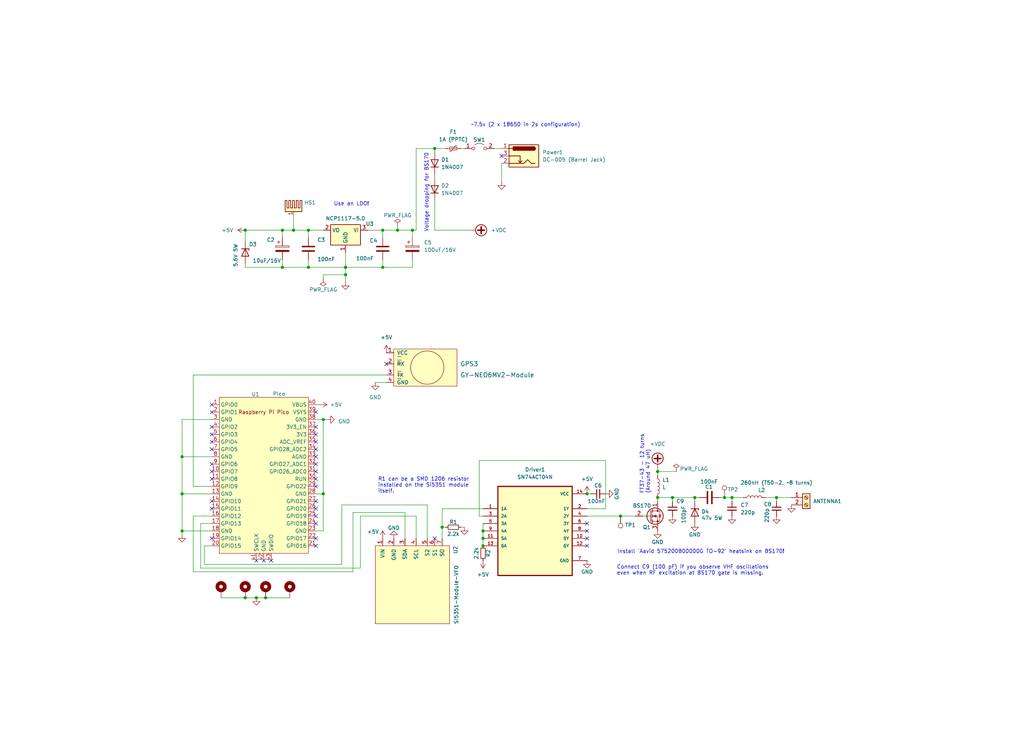
<source format=kicad_sch>
(kicad_sch (version 20221206) (generator eeschema)
  (paper "User" 350.012 250.012)
  (title_block (title "Minimal, cheap WSPR + FT8 beacon - \"Rogue Radio\"") (date "2022-11-20") (rev "V0.02") (company "Dhiru Kholia (VU3CER)"))
  (lib_symbols
    (symbol "Connector:Barrel_Jack_Switch" (pin_names hide)
      (property "Reference" "J" (at 0 5.334 0))
      (property "Value" "Barrel_Jack_Switch" (at 0 -5.08 0))
      (symbol "Barrel_Jack_Switch_0_1"
        (rectangle (start -5.08 3.81) (end 5.08 -3.81) (stroke (width 0.254)) (fill (type background)))
        (arc (start -3.302 3.175) (mid -3.9343 2.54) (end -3.302 1.905) (stroke (width 0.254)))
        (arc (start -3.302 3.175) (mid -3.9343 2.54) (end -3.302 1.905) (stroke (width 0.254)) (fill (type outline)))
        (polyline (pts (xy 1.27 -2.286) (xy 1.905 -1.651)) (stroke (width 0.254)))
        (polyline (pts (xy 5.08 2.54) (xy 3.81 2.54)) (stroke (width 0.254)))
        (polyline (pts (xy 5.08 0) (xy 1.27 0) (xy 1.27 -2.286) (xy 0.635 -1.651)) (stroke (width 0.254)))
        (polyline (pts (xy -3.81 -2.54) (xy -2.54 -2.54) (xy -1.27 -1.27) (xy 0 -2.54) (xy 2.54 -2.54) (xy 5.08 -2.54)) (stroke (width 0.254)))
        (rectangle (start 3.683 3.175) (end -3.302 1.905) (stroke (width 0.254)) (fill (type outline)))
      )
      (symbol "Barrel_Jack_Switch_1_1"
        (pin passive line (at 7.62 2.54 180) (length 2.54) (name "~") (number "1"))
        (pin passive line (at 7.62 -2.54 180) (length 2.54) (name "~") (number "2"))
        (pin passive line (at 7.62 0 180) (length 2.54) (name "~") (number "3"))
      )
    )
    (symbol "Connector:Screw_Terminal_01x02" (pin_names (offset 1.016) hide)
      (property "Reference" "J" (at 0 2.54 0))
      (property "Value" "Screw_Terminal_01x02" (at 0 -5.08 0))
      (symbol "Screw_Terminal_01x02_1_1"
        (rectangle (start -1.27 1.27) (end 1.27 -3.81) (stroke (width 0.254)) (fill (type background)))
        (circle (center 0 -2.54) (radius 0.635) (stroke (width 0.1524)))
        (polyline (pts (xy -0.5334 -2.2098) (xy 0.3302 -3.048)) (stroke (width 0.1524)))
        (polyline (pts (xy -0.5334 0.3302) (xy 0.3302 -0.508)) (stroke (width 0.1524)))
        (polyline (pts (xy -0.3556 -2.032) (xy 0.508 -2.8702)) (stroke (width 0.1524)))
        (polyline (pts (xy -0.3556 0.508) (xy 0.508 -0.3302)) (stroke (width 0.1524)))
        (circle (center 0 0) (radius 0.635) (stroke (width 0.1524)))
        (pin passive line (at -5.08 0 0) (length 3.81) (name "Pin_1") (number "1"))
        (pin passive line (at -5.08 -2.54 0) (length 3.81) (name "Pin_2") (number "2"))
      )
    )
    (symbol "Connector:TestPoint" (pin_numbers hide) (pin_names (offset 0.762) hide)
      (property "Reference" "TP" (at 0 6.858 0))
      (property "Value" "TestPoint" (at 0 5.08 0))
      (symbol "TestPoint_0_1"
        (circle (center 0 3.302) (radius 0.762))
      )
      (symbol "TestPoint_1_1"
        (pin passive line (at 0 0 90) (length 2.54) (name "1") (number "1"))
      )
    )
    (symbol "Control-Board-rescue:SI5351Module_2-VFO-SDR_SSB-rescue-Hack-v1-rescue" (pin_names (offset 1.016))
      (property "Reference" "U" (at 0 0 0))
      (property "Value" "SI5351Module_2-VFO-SDR_SSB-rescue-Hack-v1-rescue" (at 0 0 0))
      (symbol "SI5351Module_2-VFO-SDR_SSB-rescue-Hack-v1-rescue_0_1"
        (rectangle (start -12.7 12.7) (end 13.97 -12.7) (fill (type background)))
      )
      (symbol "SI5351Module_2-VFO-SDR_SSB-rescue-Hack-v1-rescue_1_1"
        (pin input line (at -15.24 -10.16 0) (length 2.54) (name "VIN") (number "1"))
        (pin input line (at -15.24 -6.35 0) (length 2.54) (name "GND") (number "2"))
        (pin input line (at -15.24 -2.54 0) (length 2.54) (name "SDA") (number "3"))
        (pin input line (at -15.24 1.27 0) (length 2.54) (name "SCL") (number "4"))
        (pin output line (at -15.24 5.08 0) (length 2.54) (name "S2") (number "5"))
        (pin output line (at -15.24 7.62 0) (length 2.54) (name "S1") (number "6"))
        (pin output line (at -15.24 10.16 0) (length 2.54) (name "SO") (number "7"))
      )
    )
    (symbol "Device:C" (pin_numbers hide) (pin_names (offset 0.254))
      (property "Reference" "C" (at 0.635 2.54 0))
      (property "Value" "C" (at 0.635 -2.54 0))
      (symbol "C_0_1"
        (polyline (pts (xy -2.032 -0.762) (xy 2.032 -0.762)) (stroke (width 0.508)))
        (polyline (pts (xy -2.032 0.762) (xy 2.032 0.762)) (stroke (width 0.508)))
      )
      (symbol "C_1_1"
        (pin passive line (at 0 3.81 270) (length 2.794) (name "~") (number "1"))
        (pin passive line (at 0 -3.81 90) (length 2.794) (name "~") (number "2"))
      )
    )
    (symbol "Device:C_Polarized" (pin_numbers hide) (pin_names (offset 0.254))
      (property "Reference" "C" (at 0.635 2.54 0))
      (property "Value" "C_Polarized" (at 0.635 -2.54 0))
      (symbol "C_Polarized_0_1"
        (rectangle (start -2.286 0.508) (end 2.286 1.016))
        (polyline (pts (xy -1.778 2.286) (xy -0.762 2.286)))
        (polyline (pts (xy -1.27 2.794) (xy -1.27 1.778)))
        (rectangle (start 2.286 -0.508) (end -2.286 -1.016) (fill (type outline)))
      )
      (symbol "C_Polarized_1_1"
        (pin passive line (at 0 3.81 270) (length 2.794) (name "~") (number "1"))
        (pin passive line (at 0 -3.81 90) (length 2.794) (name "~") (number "2"))
      )
    )
    (symbol "Device:C_Small" (pin_numbers hide) (pin_names (offset 0.254) hide)
      (property "Reference" "C" (at 0.254 1.778 0))
      (property "Value" "C_Small" (at 0.254 -2.032 0))
      (symbol "C_Small_0_1"
        (polyline (pts (xy -1.524 -0.508) (xy 1.524 -0.508)) (stroke (width 0.3302)))
        (polyline (pts (xy -1.524 0.508) (xy 1.524 0.508)) (stroke (width 0.3048)))
      )
      (symbol "C_Small_1_1"
        (pin passive line (at 0 2.54 270) (length 2.032) (name "~") (number "1"))
        (pin passive line (at 0 -2.54 90) (length 2.032) (name "~") (number "2"))
      )
    )
    (symbol "Device:D_Zener" (pin_numbers hide) (pin_names (offset 1.016) hide)
      (property "Reference" "D" (at 0 2.54 0))
      (property "Value" "D_Zener" (at 0 -2.54 0))
      (symbol "D_Zener_0_1"
        (polyline (pts (xy 1.27 0) (xy -1.27 0)))
        (polyline (pts (xy -1.27 -1.27) (xy -1.27 1.27) (xy -0.762 1.27)) (stroke (width 0.254)))
        (polyline (pts (xy 1.27 -1.27) (xy 1.27 1.27) (xy -1.27 0) (xy 1.27 -1.27)) (stroke (width 0.254)))
      )
      (symbol "D_Zener_1_1"
        (pin passive line (at -3.81 0 0) (length 2.54) (name "K") (number "1"))
        (pin passive line (at 3.81 0 180) (length 2.54) (name "A") (number "2"))
      )
    )
    (symbol "Device:L" (pin_numbers hide) (pin_names (offset 1.016) hide)
      (property "Reference" "L" (at -1.27 0 90))
      (property "Value" "L" (at 1.905 0 90))
      (symbol "L_0_1"
        (arc (start 0 -2.54) (mid 0.6323 -1.905) (end 0 -1.27))
        (arc (start 0 -1.27) (mid 0.6323 -0.635) (end 0 0))
        (arc (start 0 0) (mid 0.6323 0.635) (end 0 1.27))
        (arc (start 0 1.27) (mid 0.6323 1.905) (end 0 2.54))
      )
      (symbol "L_1_1"
        (pin passive line (at 0 3.81 270) (length 1.27) (name "1") (number "1"))
        (pin passive line (at 0 -3.81 90) (length 1.27) (name "2") (number "2"))
      )
    )
    (symbol "Device:Polyfuse_Small" (pin_numbers hide) (pin_names (offset 0))
      (property "Reference" "F" (at -1.905 0 90))
      (property "Value" "Polyfuse_Small" (at 1.905 0 90))
      (symbol "Polyfuse_Small_0_1"
        (rectangle (start -0.508 1.27) (end 0.508 -1.27))
        (polyline (pts (xy 0 2.54) (xy 0 -2.54)))
        (polyline (pts (xy -1.016 1.27) (xy -1.016 0.762) (xy 1.016 -0.762) (xy 1.016 -1.27)))
      )
      (symbol "Polyfuse_Small_1_1"
        (pin passive line (at 0 2.54 270) (length 0.635) (name "~") (number "1"))
        (pin passive line (at 0 -2.54 90) (length 0.635) (name "~") (number "2"))
      )
    )
    (symbol "Device:R_Small" (pin_numbers hide) (pin_names (offset 0.254) hide)
      (property "Reference" "R" (at 0.762 0.508 0))
      (property "Value" "R_Small" (at 0.762 -1.016 0))
      (symbol "R_Small_0_1"
        (rectangle (start -0.762 1.778) (end 0.762 -1.778) (stroke (width 0.2032)))
      )
      (symbol "R_Small_1_1"
        (pin passive line (at 0 2.54 270) (length 0.762) (name "~") (number "1"))
        (pin passive line (at 0 -2.54 90) (length 0.762) (name "~") (number "2"))
      )
    )
    (symbol "Diode:1N4007" (pin_numbers hide) (pin_names hide)
      (property "Reference" "D" (at 0 2.54 0))
      (property "Value" "1N4007" (at 0 -2.54 0))
      (symbol "1N4007_0_1"
        (polyline (pts (xy -1.27 1.27) (xy -1.27 -1.27)) (stroke (width 0.254)))
        (polyline (pts (xy 1.27 0) (xy -1.27 0)))
        (polyline (pts (xy 1.27 1.27) (xy 1.27 -1.27) (xy -1.27 0) (xy 1.27 1.27)) (stroke (width 0.254)))
      )
      (symbol "1N4007_1_1"
        (pin passive line (at -3.81 0 0) (length 2.54) (name "K") (number "1"))
        (pin passive line (at 3.81 0 180) (length 2.54) (name "A") (number "2"))
      )
    )
    (symbol "GPS-Module:GPS-Module" (pin_names (offset 1.016))
      (property "Reference" "GPS3" (at 11.2522 2.54 0))
      (property "Value" "GY-NEO6MV2-Module" (at 11.2522 -1.27 0))
      (symbol "GPS-Module_0_1"
        (rectangle (start -11.43 7.62) (end 10.16 -5.08) (fill (type background)))
        (polyline (pts (xy -10.16 -2.54) (xy -8.89 -2.54)))
        (polyline (pts (xy -10.16 -1.27) (xy -8.89 -1.27)))
        (polyline (pts (xy -10.16 0) (xy -8.89 0)))
        (polyline (pts (xy -10.16 2.54) (xy -8.89 2.54)))
        (polyline (pts (xy -10.16 3.81) (xy -8.89 3.81)))
        (polyline (pts (xy -10.16 5.08) (xy -8.89 5.08)))
        (circle (center 0 1.27) (radius 5.6896))
      )
      (symbol "GPS-Module_1_1"
        (pin power_in line (at -13.97 6.35 0) (length 2.54) (name "VCC") (number "1"))
        (pin bidirectional line (at -13.97 2.54 0) (length 2.54) (name "RX") (number "2"))
        (pin bidirectional line (at -13.97 -1.27 0) (length 2.54) (name "TX") (number "3"))
        (pin power_in line (at -13.97 -3.81 0) (length 2.54) (name "GND") (number "4"))
      )
    )
    (symbol "Jumper:Jumper_2_Open" (pin_names (offset 0) hide)
      (property "Reference" "JP" (at 0 2.794 0))
      (property "Value" "Jumper_2_Open" (at 0 -2.286 0))
      (symbol "Jumper_2_Open_0_0"
        (circle (center -2.032 0) (radius 0.508))
        (circle (center 2.032 0) (radius 0.508))
      )
      (symbol "Jumper_2_Open_0_1"
        (arc (start 1.524 1.27) (mid 0 1.778) (end -1.524 1.27))
      )
      (symbol "Jumper_2_Open_1_1"
        (pin passive line (at -5.08 0 0) (length 2.54) (name "A") (number "1"))
        (pin passive line (at 5.08 0 180) (length 2.54) (name "B") (number "2"))
      )
    )
    (symbol "Mechanical:Heatsink_Pad" (pin_names (offset 0))
      (property "Reference" "HS" (at 0 5.715 0))
      (property "Value" "Heatsink_Pad" (at 0 3.81 0))
      (symbol "Heatsink_Pad_0_1"
        (polyline (pts (xy -0.3302 0) (xy -0.9652 0) (xy -0.9652 2.54) (xy -1.6002 2.54) (xy -1.6002 0) (xy -2.2352 0) (xy -2.2352 2.54) (xy -2.8702 2.54) (xy -2.8702 -1.27) (xy -0.9652 -1.27)) (stroke (width 0.254)) (fill (type background)))
        (polyline (pts (xy -0.3302 0) (xy -0.3302 2.54) (xy 0.3048 2.54) (xy 0.3048 0) (xy 0.9398 0) (xy 0.9398 2.54) (xy 1.5748 2.54) (xy 1.5748 0) (xy 2.2098 0) (xy 2.2098 2.54) (xy 2.8448 2.54) (xy 2.8448 -1.27) (xy -0.9652 -1.27)) (stroke (width 0.254)) (fill (type background)))
      )
      (symbol "Heatsink_Pad_1_1"
        (pin passive line (at 0 -2.54 90) (length 1.27) (name "~") (number "1"))
      )
    )
    (symbol "Mechanical:MountingHole_Pad" (pin_numbers hide) (pin_names (offset 1.016) hide)
      (property "Reference" "H" (at 0 6.35 0))
      (property "Value" "MountingHole_Pad" (at 0 4.445 0))
      (symbol "MountingHole_Pad_0_1"
        (circle (center 0 1.27) (radius 1.27) (stroke (width 1.27)))
      )
      (symbol "MountingHole_Pad_1_1"
        (pin input line (at 0 -2.54 90) (length 2.54) (name "1") (number "1"))
      )
    )
    (symbol "Regulator_Linear:AMS1117-5.0"
      (property "Reference" "U" (at -3.81 3.175 0))
      (property "Value" "AMS1117-5.0" (at 0 3.175 0))
      (symbol "AMS1117-5.0_0_1"
        (rectangle (start -5.08 -5.08) (end 5.08 1.905) (stroke (width 0.254)) (fill (type background)))
      )
      (symbol "AMS1117-5.0_1_1"
        (pin power_in line (at 0 -7.62 90) (length 2.54) (name "GND") (number "1"))
        (pin power_out line (at 7.62 0 180) (length 2.54) (name "VO") (number "2"))
        (pin power_in line (at -7.62 0 0) (length 2.54) (name "VI") (number "3"))
      )
    )
    (symbol "SN74HC04N:SN74HC04N" (pin_names (offset 1.016))
      (property "Reference" "U" (at -12.7 16.2306 0))
      (property "Value" "SN74HC04N" (at -12.7 -19.2278 0))
      (symbol "SN74HC04N_0_0"
        (rectangle (start -12.7 -15.24) (end 12.7 15.24) (stroke (width 0.4064)) (fill (type background)))
        (pin input line (at -17.78 7.62 0) (length 5.08) (name "1A") (number "1"))
        (pin output line (at 17.78 -2.54 180) (length 5.08) (name "5Y") (number "10"))
        (pin input line (at -17.78 -2.54 0) (length 5.08) (name "5A") (number "11"))
        (pin output line (at 17.78 -5.08 180) (length 5.08) (name "6Y") (number "12"))
        (pin input line (at -17.78 -5.08 0) (length 5.08) (name "6A") (number "13"))
        (pin power_in line (at 17.78 12.7 180) (length 5.08) (name "VCC") (number "14"))
        (pin output line (at 17.78 7.62 180) (length 5.08) (name "1Y") (number "2"))
        (pin input line (at -17.78 5.08 0) (length 5.08) (name "2A") (number "3"))
        (pin output line (at 17.78 5.08 180) (length 5.08) (name "2Y") (number "4"))
        (pin input line (at -17.78 2.54 0) (length 5.08) (name "3A") (number "5"))
        (pin output line (at 17.78 2.54 180) (length 5.08) (name "3Y") (number "6"))
        (pin power_in line (at 17.78 -10.16 180) (length 5.08) (name "GND") (number "7"))
        (pin output line (at 17.78 0 180) (length 5.08) (name "4Y") (number "8"))
        (pin input line (at -17.78 0 0) (length 5.08) (name "4A") (number "9"))
      )
    )
    (symbol "Transistor_FET:BS170" (pin_names hide)
      (property "Reference" "Q" (at 5.08 1.905 0))
      (property "Value" "BS170" (at 5.08 0 0))
      (symbol "BS170_0_1"
        (polyline (pts (xy 0.254 0) (xy -2.54 0)))
        (polyline (pts (xy 0.254 1.905) (xy 0.254 -1.905)) (stroke (width 0.254)))
        (polyline (pts (xy 0.762 -1.27) (xy 0.762 -2.286)) (stroke (width 0.254)))
        (polyline (pts (xy 0.762 0.508) (xy 0.762 -0.508)) (stroke (width 0.254)))
        (polyline (pts (xy 0.762 2.286) (xy 0.762 1.27)) (stroke (width 0.254)))
        (polyline (pts (xy 2.54 2.54) (xy 2.54 1.778)))
        (polyline (pts (xy 2.54 -2.54) (xy 2.54 0) (xy 0.762 0)))
        (polyline (pts (xy 0.762 -1.778) (xy 3.302 -1.778) (xy 3.302 1.778) (xy 0.762 1.778)))
        (polyline (pts (xy 1.016 0) (xy 2.032 0.381) (xy 2.032 -0.381) (xy 1.016 0)) (fill (type outline)))
        (polyline (pts (xy 2.794 0.508) (xy 2.921 0.381) (xy 3.683 0.381) (xy 3.81 0.254)))
        (polyline (pts (xy 3.302 0.381) (xy 2.921 -0.254) (xy 3.683 -0.254) (xy 3.302 0.381)))
        (circle (center 1.651 0) (radius 2.794) (stroke (width 0.254)))
        (circle (center 2.54 -1.778) (radius 0.254) (fill (type outline)))
        (circle (center 2.54 1.778) (radius 0.254) (fill (type outline)))
      )
      (symbol "BS170_1_1"
        (pin passive line (at 2.54 5.08 270) (length 2.54) (name "D") (number "1"))
        (pin input line (at -5.08 0 0) (length 2.54) (name "G") (number "2"))
        (pin passive line (at 2.54 -5.08 90) (length 2.54) (name "S") (number "3"))
      )
    )
    (symbol "pico_fixed:Pico"
      (property "Reference" "U1" (at 0 32.3088 0))
      (property "Value" "Pico" (at 0 29.7688 0))
      (symbol "Pico_0_0"
        (text "Raspberry Pi Pico" (at 0 21.59 0) (effects (font (size 1.27 1.27))))
      )
      (symbol "Pico_0_1"
        (rectangle (start -15.24 26.67) (end 15.24 -26.67) (fill (type background)))
      )
      (symbol "Pico_1_1"
        (pin bidirectional line (at -17.78 24.13 0) (length 2.54) (name "GPIO0") (number "1"))
        (pin bidirectional line (at -17.78 1.27 0) (length 2.54) (name "GPIO7") (number "10"))
        (pin bidirectional line (at -17.78 -1.27 0) (length 2.54) (name "GPIO8") (number "11"))
        (pin bidirectional line (at -17.78 -3.81 0) (length 2.54) (name "GPIO9") (number "12"))
        (pin power_in line (at -17.78 -6.35 0) (length 2.54) (name "GND") (number "13"))
        (pin bidirectional line (at -17.78 -8.89 0) (length 2.54) (name "GPIO10") (number "14"))
        (pin bidirectional line (at -17.78 -11.43 0) (length 2.54) (name "GPIO11") (number "15"))
        (pin bidirectional line (at -17.78 -13.97 0) (length 2.54) (name "GPIO12") (number "16"))
        (pin bidirectional line (at -17.78 -16.51 0) (length 2.54) (name "GPIO13") (number "17"))
        (pin power_in line (at -17.78 -19.05 0) (length 2.54) (name "GND") (number "18"))
        (pin bidirectional line (at -17.78 -21.59 0) (length 2.54) (name "GPIO14") (number "19"))
        (pin bidirectional line (at -17.78 21.59 0) (length 2.54) (name "GPIO1") (number "2"))
        (pin bidirectional line (at -17.78 -24.13 0) (length 2.54) (name "GPIO15") (number "20"))
        (pin bidirectional line (at 17.78 -24.13 180) (length 2.54) (name "GPIO16") (number "21"))
        (pin bidirectional line (at 17.78 -21.59 180) (length 2.54) (name "GPIO17") (number "22"))
        (pin power_in line (at 17.78 -19.05 180) (length 2.54) (name "GND") (number "23"))
        (pin bidirectional line (at 17.78 -16.51 180) (length 2.54) (name "GPIO18") (number "24"))
        (pin bidirectional line (at 17.78 -13.97 180) (length 2.54) (name "GPIO19") (number "25"))
        (pin bidirectional line (at 17.78 -11.43 180) (length 2.54) (name "GPIO20") (number "26"))
        (pin bidirectional line (at 17.78 -8.89 180) (length 2.54) (name "GPIO21") (number "27"))
        (pin power_in line (at 17.78 -6.35 180) (length 2.54) (name "GND") (number "28"))
        (pin bidirectional line (at 17.78 -3.81 180) (length 2.54) (name "GPIO22") (number "29"))
        (pin power_in line (at -17.78 19.05 0) (length 2.54) (name "GND") (number "3"))
        (pin input line (at 17.78 -1.27 180) (length 2.54) (name "RUN") (number "30"))
        (pin bidirectional line (at 17.78 1.27 180) (length 2.54) (name "GPIO26_ADC0") (number "31"))
        (pin bidirectional line (at 17.78 3.81 180) (length 2.54) (name "GPIO27_ADC1") (number "32"))
        (pin power_in line (at 17.78 6.35 180) (length 2.54) (name "AGND") (number "33"))
        (pin bidirectional line (at 17.78 8.89 180) (length 2.54) (name "GPIO28_ADC2") (number "34"))
        (pin power_in line (at 17.78 11.43 180) (length 2.54) (name "ADC_VREF") (number "35"))
        (pin power_in line (at 17.78 13.97 180) (length 2.54) (name "3V3") (number "36"))
        (pin input line (at 17.78 16.51 180) (length 2.54) (name "3V3_EN") (number "37"))
        (pin power_in line (at 17.78 19.05 180) (length 2.54) (name "GND") (number "38"))
        (pin power_in line (at 17.78 21.59 180) (length 2.54) (name "VSYS") (number "39"))
        (pin bidirectional line (at -17.78 16.51 0) (length 2.54) (name "GPIO2") (number "4"))
        (pin power_in line (at 17.78 24.13 180) (length 2.54) (name "VBUS") (number "40"))
        (pin input line (at -2.54 -29.21 90) (length 2.54) (name "SWCLK") (number "41"))
        (pin power_in line (at 0 -29.21 90) (length 2.54) (name "GND") (number "42"))
        (pin bidirectional line (at 2.54 -29.21 90) (length 2.54) (name "SWDIO") (number "43"))
        (pin bidirectional line (at -17.78 13.97 0) (length 2.54) (name "GPIO3") (number "5"))
        (pin bidirectional line (at -17.78 11.43 0) (length 2.54) (name "GPIO4") (number "6"))
        (pin bidirectional line (at -17.78 8.89 0) (length 2.54) (name "GPIO5") (number "7"))
        (pin power_in line (at -17.78 6.35 0) (length 2.54) (name "GND") (number "8"))
        (pin bidirectional line (at -17.78 3.81 0) (length 2.54) (name "GPIO6") (number "9"))
      )
    )
    (symbol "power:+5V" (power) (pin_names (offset 0))
      (property "Value" "+5V" (at 0 3.556 0))
      (symbol "+5V_0_1"
        (polyline (pts (xy -0.762 1.27) (xy 0 2.54)))
        (polyline (pts (xy 0 0) (xy 0 2.54)))
        (polyline (pts (xy 0 2.54) (xy 0.762 1.27)))
      )
      (symbol "+5V_1_1"
        (pin power_in line (at 0 0 90) (length 0) hide (name "+5V") (number "1"))
      )
    )
    (symbol "power:+VDC" (power) (pin_names (offset 0))
      (property "Value" "+VDC" (at 0 6.35 0))
      (symbol "+VDC_0_1"
        (polyline (pts (xy -1.143 3.175) (xy 1.143 3.175)) (stroke (width 0.508)))
        (polyline (pts (xy 0 0) (xy 0 1.27)))
        (polyline (pts (xy 0 2.032) (xy 0 4.318)) (stroke (width 0.508)))
        (circle (center 0 3.175) (radius 1.905) (stroke (width 0.254)))
      )
      (symbol "+VDC_1_1"
        (pin power_in line (at 0 0 90) (length 0) hide (name "+VDC") (number "1"))
      )
    )
    (symbol "power:GND" (power) (pin_names (offset 0))
      (property "Value" "GND" (at 0 -3.81 0))
      (symbol "GND_0_1"
        (polyline (pts (xy 0 0) (xy 0 -1.27) (xy 1.27 -1.27) (xy 0 -2.54) (xy -1.27 -1.27) (xy 0 -1.27)))
      )
      (symbol "GND_1_1"
        (pin power_in line (at 0 0 270) (length 0) hide (name "GND") (number "1"))
      )
    )
    (symbol "power:PWR_FLAG" (power) (pin_numbers hide) (pin_names (offset 0) hide)
      (property "Value" "PWR_FLAG" (at 0 3.81 0))
      (symbol "PWR_FLAG_0_0"
        (pin power_out line (at 0 0 90) (length 0) (name "pwr") (number "1"))
      )
      (symbol "PWR_FLAG_0_1"
        (polyline (pts (xy 0 0) (xy 0 1.27) (xy -1.016 1.905) (xy 0 2.54) (xy 1.016 1.905) (xy 0 1.27)))
      )
    )
  )
  (junction (at 96.52 78.74))
  (junction (at 247.65 170.18))
  (junction (at 62.23 181.61))
  (junction (at 105.41 78.74))
  (junction (at 140.97 78.74))
  (junction (at 135.89 78.74))
  (junction (at 118.11 93.98))
  (junction (at 148.59 50.8))
  (junction (at 165.1 181.61))
  (junction (at 200.66 168.91))
  (junction (at 165.1 184.15))
  (junction (at 105.41 91.44))
  (junction (at 250.19 170.18))
  (junction (at 96.52 91.44))
  (junction (at 110.49 168.91))
  (junction (at 90.805 204.47))
  (junction (at 87.63 204.47))
  (junction (at 130.81 78.74))
  (junction (at 229.87 170.18))
  (junction (at 62.23 168.91))
  (junction (at 265.43 170.18))
  (junction (at 237.49 170.18))
  (junction (at 165.1 186.69))
  (junction (at 83.82 204.47))
  (junction (at 118.11 91.44))
  (junction (at 130.81 91.44))
  (junction (at 83.82 78.74))
  (junction (at 100.33 78.74))
  (junction (at 224.79 170.18))
  (junction (at 224.79 161.29))
  (junction (at 62.23 156.21))
  (junction (at 110.49 143.51))
  (junction (at 212.09 176.53))
  (junction (at 151.13 180.34))
  (no_connect (at 72.39 163.83))
  (no_connect (at 107.95 140.97))
  (no_connect (at 107.95 146.05))
  (no_connect (at 107.95 148.59))
  (no_connect (at 107.95 151.13))
  (no_connect (at 107.95 153.67))
  (no_connect (at 107.95 158.75))
  (no_connect (at 107.95 161.29))
  (no_connect (at 107.95 163.83))
  (no_connect (at 107.95 166.37))
  (no_connect (at 107.95 156.21))
  (no_connect (at 92.71 191.77))
  (no_connect (at 200.66 184.15))
  (no_connect (at 72.39 138.43))
  (no_connect (at 72.39 153.67))
  (no_connect (at 72.39 161.29))
  (no_connect (at 90.17 191.77))
  (no_connect (at 72.39 171.45))
  (no_connect (at 200.66 186.69))
  (no_connect (at 72.39 184.15))
  (no_connect (at 107.95 176.53))
  (no_connect (at 107.95 173.99))
  (no_connect (at 107.95 171.45))
  (no_connect (at 107.95 179.07))
  (no_connect (at 72.39 173.99))
  (no_connect (at 72.39 158.75))
  (no_connect (at 87.63 191.77))
  (no_connect (at 72.39 146.05))
  (no_connect (at 200.66 179.07))
  (no_connect (at 200.66 181.61))
  (no_connect (at 171.45 53.34))
  (no_connect (at 107.95 186.69))
  (no_connect (at 132.08 124.46))
  (no_connect (at 148.59 184.15))
  (no_connect (at 72.39 140.97))
  (no_connect (at 107.95 184.15))
  (no_connect (at 72.39 148.59))
  (no_connect (at 72.39 151.13))
  (wire (pts (xy 246.38 170.18) (xy 247.65 170.18)))
  (wire (pts (xy 62.23 168.91) (xy 72.39 168.91)))
  (wire (pts (xy 100.33 78.74) (xy 105.41 78.74)))
  (wire (pts (xy 157.48 180.34) (xy 158.75 180.34)))
  (wire (pts (xy 250.19 170.18) (xy 254 170.18)))
  (wire (pts (xy 96.52 78.74) (xy 100.33 78.74)))
  (wire (pts (xy 105.41 81.28) (xy 105.41 78.74)))
  (wire (pts (xy 142.24 78.74) (xy 142.24 50.8)))
  (wire (pts (xy 110.49 143.51) (xy 111.76 143.51)))
  (wire (pts (xy 110.49 181.61) (xy 107.95 181.61)))
  (wire (pts (xy 151.13 173.99) (xy 165.1 173.99)))
  (wire (pts (xy 69.85 193.04) (xy 116.84 193.04)))
  (wire (pts (xy 110.49 95.25) (xy 110.49 93.98)))
  (wire (pts (xy 105.41 78.74) (xy 110.49 78.74)))
  (wire (pts (xy 83.82 91.44) (xy 96.52 91.44)))
  (wire (pts (xy 200.66 173.99) (xy 207.01 173.99)))
  (wire (pts (xy 171.45 55.88) (xy 171.45 62.23)))
  (wire (pts (xy 116.84 172.72) (xy 116.84 193.04)))
  (wire (pts (xy 142.24 50.8) (xy 148.59 50.8)))
  (wire (pts (xy 62.23 143.51) (xy 62.23 156.21)))
  (wire (pts (xy 237.49 170.18) (xy 238.76 170.18)))
  (wire (pts (xy 140.97 78.74) (xy 142.24 78.74)))
  (wire (pts (xy 118.11 93.98) (xy 118.11 91.44)))
  (wire (pts (xy 62.23 156.21) (xy 72.39 156.21)))
  (wire (pts (xy 69.85 186.69) (xy 69.85 193.04)))
  (wire (pts (xy 148.59 59.69) (xy 148.59 60.96)))
  (wire (pts (xy 96.52 91.44) (xy 105.41 91.44)))
  (wire (pts (xy 123.19 176.53) (xy 123.19 194.31)))
  (wire (pts (xy 87.63 204.47) (xy 90.805 204.47)))
  (wire (pts (xy 207.01 157.48) (xy 163.83 157.48)))
  (wire (pts (xy 151.13 180.34) (xy 152.4 180.34)))
  (wire (pts (xy 83.82 82.55) (xy 83.82 78.74)))
  (wire (pts (xy 224.79 161.29) (xy 231.14 161.29)))
  (wire (pts (xy 130.81 91.44) (xy 140.97 91.44)))
  (wire (pts (xy 138.43 184.15) (xy 138.43 175.26)))
  (wire (pts (xy 165.1 181.61) (xy 165.1 184.15)))
  (wire (pts (xy 66.04 128.27) (xy 66.04 166.37)))
  (wire (pts (xy 165.1 179.07) (xy 165.1 181.61)))
  (wire (pts (xy 72.39 181.61) (xy 62.23 181.61)))
  (wire (pts (xy 72.39 166.37) (xy 66.04 166.37)))
  (wire (pts (xy 265.43 170.18) (xy 265.43 171.45)))
  (wire (pts (xy 118.11 91.44) (xy 130.81 91.44)))
  (wire (pts (xy 135.89 77.47) (xy 135.89 78.74)))
  (wire (pts (xy 75.565 204.47) (xy 83.82 204.47)))
  (wire (pts (xy 163.83 157.48) (xy 163.83 176.53)))
  (wire (pts (xy 224.79 170.18) (xy 229.87 170.18)))
  (wire (pts (xy 72.39 176.53) (xy 66.04 176.53)))
  (wire (pts (xy 130.81 88.9) (xy 130.81 91.44)))
  (wire (pts (xy 200.66 168.91) (xy 201.93 168.91)))
  (wire (pts (xy 163.83 176.53) (xy 165.1 176.53)))
  (wire (pts (xy 261.62 170.18) (xy 265.43 170.18)))
  (wire (pts (xy 212.09 176.53) (xy 217.17 176.53)))
  (wire (pts (xy 100.33 73.66) (xy 100.33 78.74)))
  (wire (pts (xy 90.805 204.47) (xy 99.06 204.47)))
  (wire (pts (xy 128.27 130.81) (xy 132.08 130.81)))
  (wire (pts (xy 118.11 96.52) (xy 118.11 93.98)))
  (wire (pts (xy 165.1 184.15) (xy 165.1 186.69)))
  (wire (pts (xy 207.01 157.48) (xy 207.01 173.99)))
  (wire (pts (xy 96.52 91.44) (xy 96.52 88.9)))
  (wire (pts (xy 83.82 90.17) (xy 83.82 91.44)))
  (wire (pts (xy 107.95 168.91) (xy 110.49 168.91)))
  (wire (pts (xy 72.39 179.07) (xy 68.58 179.07)))
  (wire (pts (xy 125.73 78.74) (xy 130.81 78.74)))
  (wire (pts (xy 62.23 181.61) (xy 62.23 182.88)))
  (wire (pts (xy 110.49 168.91) (xy 110.49 181.61)))
  (wire (pts (xy 107.95 138.43) (xy 109.22 138.43)))
  (wire (pts (xy 250.19 170.18) (xy 250.19 171.45)))
  (wire (pts (xy 200.66 176.53) (xy 212.09 176.53)))
  (wire (pts (xy 68.58 179.07) (xy 68.58 194.31)))
  (wire (pts (xy 229.87 170.18) (xy 229.87 171.45)))
  (wire (pts (xy 151.13 180.34) (xy 151.13 184.15)))
  (wire (pts (xy 107.95 143.51) (xy 110.49 143.51)))
  (wire (pts (xy 148.59 78.74) (xy 161.29 78.74)))
  (wire (pts (xy 83.82 78.74) (xy 96.52 78.74)))
  (wire (pts (xy 66.04 195.58) (xy 120.65 195.58)))
  (wire (pts (xy 168.91 50.8) (xy 171.45 50.8)))
  (wire (pts (xy 72.39 143.51) (xy 62.23 143.51)))
  (wire (pts (xy 157.48 50.8) (xy 158.75 50.8)))
  (wire (pts (xy 146.05 184.15) (xy 146.05 172.72)))
  (wire (pts (xy 140.97 81.28) (xy 140.97 78.74)))
  (wire (pts (xy 69.85 186.69) (xy 72.39 186.69)))
  (wire (pts (xy 148.59 68.58) (xy 148.59 78.74)))
  (wire (pts (xy 151.13 173.99) (xy 151.13 180.34)))
  (wire (pts (xy 120.65 175.26) (xy 120.65 195.58)))
  (wire (pts (xy 110.49 93.98) (xy 118.11 93.98)))
  (wire (pts (xy 123.19 176.53) (xy 142.24 176.53)))
  (wire (pts (xy 224.79 161.29) (xy 224.79 162.56)))
  (wire (pts (xy 229.87 170.18) (xy 237.49 170.18)))
  (wire (pts (xy 237.49 171.45) (xy 237.49 170.18)))
  (wire (pts (xy 96.52 81.28) (xy 96.52 78.74)))
  (wire (pts (xy 105.41 88.9) (xy 105.41 91.44)))
  (wire (pts (xy 148.59 50.8) (xy 152.4 50.8)))
  (wire (pts (xy 130.81 78.74) (xy 135.89 78.74)))
  (wire (pts (xy 135.89 78.74) (xy 140.97 78.74)))
  (wire (pts (xy 140.97 88.9) (xy 140.97 91.44)))
  (wire (pts (xy 247.65 170.18) (xy 250.19 170.18)))
  (wire (pts (xy 118.11 86.36) (xy 118.11 91.44)))
  (wire (pts (xy 130.81 81.28) (xy 130.81 78.74)))
  (wire (pts (xy 66.04 176.53) (xy 66.04 195.58)))
  (wire (pts (xy 83.82 204.47) (xy 87.63 204.47)))
  (wire (pts (xy 148.59 52.07) (xy 148.59 50.8)))
  (wire (pts (xy 62.23 168.91) (xy 62.23 181.61)))
  (wire (pts (xy 146.05 172.72) (xy 116.84 172.72)))
  (wire (pts (xy 142.24 176.53) (xy 142.24 184.15)))
  (wire (pts (xy 68.58 194.31) (xy 123.19 194.31)))
  (wire (pts (xy 224.79 170.18) (xy 224.79 171.45)))
  (wire (pts (xy 105.41 91.44) (xy 118.11 91.44)))
  (wire (pts (xy 110.49 143.51) (xy 110.49 168.91)))
  (wire (pts (xy 66.04 128.27) (xy 132.08 128.27)))
  (wire (pts (xy 120.65 175.26) (xy 138.43 175.26)))
  (wire (pts (xy 265.43 170.18) (xy 270.51 170.18)))
  (wire (pts (xy 62.23 156.21) (xy 62.23 168.91)))
  (wire (pts (xy 224.79 160.02) (xy 224.79 161.29)))
  (text "Install 'Aavid 575200B00000G TO-92' heatsink on BS170!" (at 210.9724 189.484 0) (effects (font (size 1.27 1.27)) (justify left bottom)))
  (text "FT37-43 - 12 turns\n(Around 47 uH)" (at 222.25 168.9608 90) (effects (font (size 1.27 1.27)) (justify left bottom)))
  (text "Use an LDO!" (at 114.0968 70.5612 0) (effects (font (size 1.27 1.27)) (justify left bottom)))
  (text "Voltage dropping for BS170" (at 146.5326 79.4512 90) (effects (font (size 1.27 1.27)) (justify left bottom)))
  (text "Connect C9 (100 pF) if you observe VHF oscillations\neven when RF excitation at BS170 gate is missing." (at 210.82 196.85 0) (effects (font (size 1.27 1.27)) (justify left bottom)))
  (text "R1 can be a SMD 1206 resistor\ninstalled on the Si5351 module\nitself." (at 129.1844 168.8084 0) (effects (font (size 1.27 1.27)) (justify left bottom)))
  (text "~7.5v (2 x 18650 in 2s configuration)" (at 160.9344 43.5102 0) (effects (font (size 1.27 1.27)) (justify left bottom)))
  (symbol (lib_id "Control-Board-rescue:SI5351Module_2-VFO-SDR_SSB-rescue-Hack-v1-rescue") (at 140.97 199.39 270) (unit 1)
    (property "Reference" "U2" (at 155.702 186.69 0) (effects (justify left)))
    (property "Value" "SI5351-Module-VFO" (at 155.956 193.294 0) (effects (justify left)))
    (property "Footprint" "footprints:SI5351 Module" (effects hide))
    (property "Populate" "no" (effects hide))
    (property "URL" "https://www.adafruit.com/product/2045" (effects hide))
  )
  (symbol (lib_id "power:GND") (at 134.62 184.15 180) (unit 1)
    (property "Reference" "#PWR0108" (effects hide))
    (property "Value" "GND" (at 134.62 180.594 0))
  )
  (symbol (lib_id "Mechanical:MountingHole_Pad") (at 75.565 201.93 0) (unit 1)
    (property "Reference" "H1" (effects hide))
    (property "Value" "MountingHole" (effects hide))
    (property "Footprint" "MountingHole:MountingHole_3.2mm_M3_Pad_Via" (effects hide))
    (property "Populate" "no" (effects hide))
    (property "URL" "N/A" (effects hide))
  )
  (symbol (lib_id "Device:C_Polarized") (at 140.97 85.09 0) (unit 1)
    (property "Reference" "C5" (at 144.907 82.9309 0) (effects (justify left)))
    (property "Value" "100uF/16V" (at 144.907 85.4709 0) (effects (justify left)))
    (property "Footprint" "Capacitor_THT:CP_Radial_D4.0mm_P2.00mm" (effects hide))
    (property "Populate" "no" (effects hide))
    (property "URL" "https://www.digikey.com/en/products/detail/rubycon/16YXF100MEFC6-3X11/3563101" (effects hide))
  )
  (symbol (lib_id "power:GND") (at 270.51 172.72 0) (mirror y) (unit 1)
    (property "Reference" "#PWR0102" (effects hide))
    (property "Value" "GND" (effects hide))
  )
  (symbol (lib_id "Device:C") (at 105.41 85.09 0) (unit 1)
    (property "Reference" "C3" (at 108.458 82.042 0) (effects (justify left)))
    (property "Value" "100nF" (at 108.458 88.646 0) (effects (justify left)))
    (property "Footprint" "Capacitor_SMD:C_1206_3216Metric_Pad1.33x1.80mm_HandSolder" (effects hide))
    (property "Populate" "yes" (effects hide))
    (property "URL" "https://www.digikey.com/en/products/detail/yageo/CC1206KRX7R9BB104/302913" (effects hide))
  )
  (symbol (lib_id "Transistor_FET:BS170") (at 222.25 176.53 0) (unit 1)
    (property "Reference" "Q1" (at 219.71 180.34 0) (effects (justify left)))
    (property "Value" "BS170" (at 216.2556 172.974 0) (effects (justify left)))
    (property "Footprint" "Connector_PinSocket_2.54mm:PinSocket_1x03_P2.54mm_Vertical" (effects hide))
    (property "Datasheet" "https://www.onsemi.com/pub/Collateral/BS170-D.PDF" (effects hide))
    (property "Populate" "no" (effects hide))
    (property "URL" "https://www.tme.eu/en/details/bs170/tht-n-channel-transistors/onsemi/" (effects hide))
  )
  (symbol (lib_id "Regulator_Linear:AMS1117-5.0") (at 118.11 78.74 0) (mirror y) (unit 1)
    (property "Reference" "U3" (at 126.3904 76.5556 0))
    (property "Value" "NCP1117-5.0" (at 118.11 74.7268 0))
    (property "Footprint" "Package_TO_SOT_SMD:SOT-223-3_TabPin2" (effects hide))
    (property "Datasheet" "http://www.advanced-monolithic.com/pdf/ds1117.pdf" (effects hide))
    (property "Populate" "yes" (effects hide))
    (property "URL" "https://www.tme.com/in/en/details/ncp1117st50t3g/ldo-unregulated-voltage-regulators/onsemi/" (effects hide))
  )
  (symbol (lib_id "Device:R_Small") (at 165.1 189.23 0) (unit 1)
    (property "Reference" "R2" (at 166.878 189.23 90))
    (property "Value" "2.2k" (at 162.814 189.23 90))
    (property "Footprint" "Resistor_SMD:R_1206_3216Metric_Pad1.30x1.75mm_HandSolder" (effects hide))
    (property "Populate" "yes" (effects hide))
    (property "URL" "https://www.digikey.com/en/products/detail/yageo/RT1206FRE072K2L/1083103" (effects hide))
  )
  (symbol (lib_id "power:GND") (at 128.27 130.81 0) (unit 1)
    (property "Reference" "#PWR015" (effects hide))
    (property "Value" "GND" (at 128.27 135.89 0))
  )
  (symbol (lib_id "Jumper:Jumper_2_Open") (at 163.83 50.8 0) (unit 1)
    (property "Reference" "SW1" (at 163.83 47.8028 0))
    (property "Value" "Jumper_2_Open" (effects hide))
    (property "Footprint" "Connector_PinSocket_2.54mm:PinSocket_1x02_P2.54mm_Vertical" (effects hide))
    (property "Populate" "no" (effects hide))
    (property "URL" "https://www.digikey.com/en/products/detail/sullins-connector-solutions/QPC02SXGN-RC/2618262" (effects hide))
  )
  (symbol (lib_id "Connector:TestPoint") (at 212.09 176.53 180) (unit 1)
    (property "Reference" "TP1" (at 213.6394 179.6034 0) (effects (justify right)))
    (property "Value" "TestPoint" (effects hide))
    (property "Footprint" "Connector_PinHeader_2.54mm:PinHeader_1x01_P2.54mm_Vertical" (effects hide))
    (property "Populate" "no" (effects hide))
    (property "URL" "https://robu.in/product/1x40-berg-strip-male-connector/" (effects hide))
  )
  (symbol (lib_id "power:PWR_FLAG") (at 231.14 161.29 0) (unit 1)
    (property "Reference" "#FLG0101" (effects hide))
    (property "Value" "PWR_FLAG" (at 237.1852 160.3756 0))
  )
  (symbol (lib_id "power:GND") (at 62.23 182.88 0) (unit 1)
    (property "Reference" "#PWR016" (effects hide))
    (property "Value" "GND" (effects hide))
  )
  (symbol (lib_id "power:+5V") (at 83.82 78.74 90) (unit 1)
    (property "Reference" "#PWR010" (effects hide))
    (property "Value" "+5V" (at 79.756 78.7399 90) (effects (justify left)))
  )
  (symbol (lib_id "power:GND") (at 224.79 181.61 0) (mirror y) (unit 1)
    (property "Reference" "#PWR09" (effects hide))
    (property "Value" "GND" (at 224.79 185.42 0))
  )
  (symbol (lib_id "power:+5V") (at 200.66 168.91 0) (unit 1)
    (property "Reference" "#PWR06" (effects hide))
    (property "Value" "+5V" (at 200.66 163.83 0))
  )
  (symbol (lib_id "Device:Polyfuse_Small") (at 154.94 50.8 90) (unit 1)
    (property "Reference" "F1" (at 154.94 45.1358 90))
    (property "Value" "1A (PPTC)" (at 154.94 47.6758 90))
    (property "Footprint" "Fuse:Fuse_1812_4532Metric_Pad1.30x3.40mm_HandSolder" (effects hide))
    (property "Populate" "yes" (effects hide))
    (property "URL" "https://www.digikey.com/en/products/detail/bourns-inc/MF-MSMF110-16-2/662820" (effects hide))
  )
  (symbol (lib_id "power:+VDC") (at 224.79 160.02 0) (unit 1)
    (property "Reference" "#PWR013" (effects hide))
    (property "Value" "+VDC" (at 224.79 151.8412 0))
  )
  (symbol (lib_id "power:GND") (at 111.76 143.51 90) (unit 1)
    (property "Reference" "#PWR03" (effects hide))
    (property "Value" "GND" (at 115.57 144.145 90) (effects (justify right)))
  )
  (symbol (lib_id "Mechanical:Heatsink_Pad") (at 100.33 71.12 0) (unit 1)
    (property "Reference" "HS1" (at 103.9622 69.3166 0) (effects (justify left)))
    (property "Value" "Heatsink_Pad" (effects hide))
    (property "Footprint" "footprints:ThermalPad_Final" (effects hide))
    (property "Populate" "no" (effects hide))
    (property "URL" "N/A" (effects hide))
  )
  (symbol (lib_id "Device:D_Zener") (at 237.49 175.26 270) (unit 1)
    (property "Reference" "D4" (at 239.6998 175.006 90) (effects (justify left)))
    (property "Value" "47v 5W" (at 239.7506 177.1904 90) (effects (justify left)))
    (property "Footprint" "Diode_THT:D_DO-15_P5.08mm_Vertical_KathodeUp" (effects hide))
    (property "Populate" "no" (effects hide))
    (property "URL" "https://www.digikey.in/en/products/detail/onsemi/1N5368BG/13476793" (effects hide))
  )
  (symbol (lib_id "power:+VDC") (at 161.29 78.74 270) (unit 1)
    (property "Reference" "#PWR08" (effects hide))
    (property "Value" "+VDC" (at 167.767 78.7399 90) (effects (justify left)))
  )
  (symbol (lib_id "Device:C") (at 130.81 85.09 0) (mirror y) (unit 1)
    (property "Reference" "C4" (at 129.032 82.296 0) (effects (justify left)))
    (property "Value" "100nF" (at 127.762 88.392 0) (effects (justify left)))
    (property "Footprint" "Capacitor_SMD:C_1206_3216Metric_Pad1.33x1.80mm_HandSolder" (effects hide))
    (property "Populate" "yes" (effects hide))
    (property "URL" "https://www.digikey.com/en/products/detail/yageo/CC1206KRX7R9BB104/302913" (effects hide))
  )
  (symbol (lib_id "power:GND") (at 250.19 176.53 0) (mirror y) (unit 1)
    (property "Reference" "#PWR0103" (effects hide))
    (property "Value" "GND" (effects hide))
  )
  (symbol (lib_id "Device:C_Small") (at 250.19 173.99 0) (unit 1)
    (property "Reference" "C7" (at 253.111 172.7262 0) (effects (justify left)))
    (property "Value" "220p" (at 253.111 175.2662 0) (effects (justify left)))
    (property "Footprint" "Capacitor_SMD:C_1206_3216Metric_Pad1.33x1.80mm_HandSolder" (effects hide))
    (property "Populate" "yes" (effects hide))
    (property "URL" "https://www.digikey.com/en/products/detail/yageo/CC1206JRNPO9BN221/2833598" (effects hide))
  )
  (symbol (lib_id "Mechanical:MountingHole_Pad") (at 99.06 201.93 0) (unit 1)
    (property "Reference" "H4" (effects hide))
    (property "Value" "MountingHole" (effects hide))
    (property "Footprint" "MountingHole:MountingHole_3.2mm_M3_Pad_Via" (effects hide))
    (property "Populate" "no" (effects hide))
    (property "URL" "N/A" (effects hide))
  )
  (symbol (lib_id "Device:L") (at 257.81 170.18 90) (unit 1)
    (property "Reference" "L2" (at 260.35 167.64 90))
    (property "Value" "260nH (T50-2, ~8 turns)" (at 265.43 165.1 90))
    (property "Footprint" "footprints:FT37-INDUCTOR" (effects hide))
    (property "Populate" "no" (effects hide))
    (property "URL" "https://kitsandparts.com/" (effects hide))
  )
  (symbol (lib_id "Device:C") (at 242.57 170.18 270) (unit 1)
    (property "Reference" "C1" (at 242.3414 166.5224 90))
    (property "Value" "100nF" (at 242.3922 164.7444 90))
    (property "Footprint" "Capacitor_SMD:C_1206_3216Metric_Pad1.33x1.80mm_HandSolder" (effects hide))
    (property "Populate" "yes" (effects hide))
    (property "URL" "https://www.digikey.com/en/products/detail/yageo/CC1206KRX7R9BB104/302913" (effects hide))
  )
  (symbol (lib_id "power:PWR_FLAG") (at 135.89 77.47 0) (unit 1)
    (property "Reference" "#FLG0103" (effects hide))
    (property "Value" "PWR_FLAG" (at 135.89 73.66 0))
  )
  (symbol (lib_id "Device:C_Small") (at 204.47 168.91 90) (unit 1)
    (property "Reference" "C6" (at 204.4192 166.0652 90))
    (property "Value" "100nF" (at 203.8604 171.45 90))
    (property "Footprint" "Capacitor_SMD:C_1206_3216Metric_Pad1.33x1.80mm_HandSolder" (effects hide))
    (property "Populate" "yes" (effects hide))
    (property "URL" "https://www.digikey.com/en/products/detail/yageo/CC1206KRX7R9BB104/302913" (effects hide))
  )
  (symbol (lib_id "power:GND") (at 237.49 179.07 0) (mirror y) (unit 1)
    (property "Reference" "#PWR0105" (effects hide))
    (property "Value" "GND" (at 237.49 182.88 0))
  )
  (symbol (lib_id "Connector:TestPoint") (at 247.65 170.18 0) (unit 1)
    (property "Reference" "TP2" (at 252.3236 167.4368 0) (effects (justify right)))
    (property "Value" "TestPoint" (effects hide))
    (property "Footprint" "Connector_PinHeader_2.54mm:PinHeader_1x01_P2.54mm_Vertical" (effects hide))
    (property "Populate" "no" (effects hide))
    (property "URL" "https://robu.in/product/1x40-berg-strip-male-connector/" (effects hide))
  )
  (symbol (lib_id "power:GND") (at 200.66 191.77 0) (mirror y) (unit 1)
    (property "Reference" "#PWR07" (effects hide))
    (property "Value" "GND" (at 200.66 195.58 0))
  )
  (symbol (lib_id "Device:C_Small") (at 265.43 173.99 0) (unit 1)
    (property "Reference" "C8" (at 261.0612 172.4914 0) (effects (justify left)))
    (property "Value" "220p" (at 262.128 178.816 90) (effects (justify left)))
    (property "Footprint" "Capacitor_SMD:C_1206_3216Metric_Pad1.33x1.80mm_HandSolder" (effects hide))
    (property "Populate" "yes" (effects hide))
    (property "URL" "https://www.digikey.com/en/products/detail/yageo/CC1206JRNPO9BN221/2833598" (effects hide))
  )
  (symbol (lib_id "power:+5V") (at 132.08 120.65 0) (unit 1)
    (property "Reference" "#PWR02" (effects hide))
    (property "Value" "+5V" (at 132.08 115.3922 0))
  )
  (symbol (lib_id "GPS-Module:GPS-Module") (at 146.05 127 0) (unit 1)
    (property "Reference" "GPS3" (at 157.3022 124.46 0) (effects (font (size 1.524 1.524)) (justify left)))
    (property "Value" "GY-NEO6MV2-Module" (at 157.3022 128.27 0) (effects (font (size 1.524 1.524)) (justify left)))
    (property "Footprint" "Connector_PinSocket_2.54mm:PinSocket_1x04_P2.54mm_Vertical" (effects hide))
    (property "Populate" "no" (effects hide))
    (property "URL" "https://quartzcomponents.com/products/neo6mv2-gps-module-with-flight-controller" (effects hide))
  )
  (symbol (lib_id "power:GND") (at 229.87 176.53 0) (mirror y) (unit 1)
    (property "Reference" "#PWR0106" (effects hide))
    (property "Value" "GND" (effects hide))
  )
  (symbol (lib_id "Diode:1N4007") (at 148.59 55.88 90) (unit 1)
    (property "Reference" "D1" (at 150.7998 54.6099 90) (effects (justify right)))
    (property "Value" "1N4007" (at 150.7998 57.1499 90) (effects (justify right)))
    (property "Footprint" "Diode_THT:D_DO-41_SOD81_P2.54mm_Vertical_KathodeUp" (effects hide))
    (property "Datasheet" "http://www.vishay.com/docs/88503/1n4001.pdf" (effects hide))
    (property "Populate" "no" (effects hide))
    (property "URL" "https://www.digikey.com/en/products/detail/diodes-incorporated/1N4007-T/607" (effects hide))
  )
  (symbol (lib_id "Connector:Screw_Terminal_01x02") (at 275.59 170.18 0) (unit 1)
    (property "Reference" "ANTENNA1" (at 277.9268 171.4499 0) (effects (justify left)))
    (property "Value" "Screw_Terminal_01x02" (effects hide))
    (property "Footprint" "TerminalBlock:TerminalBlock_bornier-2_P5.08mm" (effects hide))
    (property "Populate" "no" (effects hide))
    (property "URL" "https://www.digikey.com/en/products/detail/weidm%C3%BCller/1760510000/459739" (effects hide))
  )
  (symbol (lib_id "Connector:Barrel_Jack_Switch") (at 179.07 53.34 0) (mirror y) (unit 1)
    (property "Reference" "Power1" (at 185.42 52.0699 0) (effects (justify right)))
    (property "Value" "DC-005 (Barrel Jack)" (at 185.42 54.6099 0) (effects (justify right)))
    (property "Footprint" "footprints:XKB_DC-005-5A-2.0_Modded" (effects hide))
    (property "Populate" "no" (effects hide))
    (property "URL" "https://www.lcsc.com/product-detail/Power-Connectors_XKB-Enterprise-DC-005-5A-2-0_C381116.html" (effects hide))
  )
  (symbol (lib_id "power:PWR_FLAG") (at 110.49 95.25 180) (unit 1)
    (property "Reference" "#FLG0104" (effects hide))
    (property "Value" "PWR_FLAG" (at 110.49 99.06 0))
  )
  (symbol (lib_id "power:GND") (at 265.43 176.53 0) (mirror y) (unit 1)
    (property "Reference" "#PWR0104" (effects hide))
    (property "Value" "GND" (effects hide))
  )
  (symbol (lib_id "power:+5V") (at 130.81 184.15 0) (unit 1)
    (property "Reference" "#PWR01" (effects hide))
    (property "Value" "+5V" (at 127.508 181.864 0))
  )
  (symbol (lib_id "Device:C_Polarized") (at 96.52 85.09 0) (unit 1)
    (property "Reference" "C2" (at 91.186 82.042 0) (effects (justify left)))
    (property "Value" "10uF/16V" (at 86.36 89.154 0) (effects (justify left)))
    (property "Footprint" "Capacitor_THT:CP_Radial_D4.0mm_P2.00mm" (effects hide))
    (property "Populate" "no" (effects hide))
    (property "URL" "https://www.digikey.com/en/products/detail/nichicon/UVR1C100MDD/588777" (effects hide))
  )
  (symbol (lib_id "Device:R_Small") (at 154.94 180.34 90) (unit 1)
    (property "Reference" "R1" (at 154.94 178.562 90))
    (property "Value" "2.2k" (at 154.94 182.626 90))
    (property "Footprint" "Resistor_SMD:R_1206_3216Metric_Pad1.30x1.75mm_HandSolder" (effects hide))
    (property "Populate" "yes" (effects hide))
    (property "URL" "https://www.digikey.com/en/products/detail/yageo/RT1206FRE072K2L/1083103" (effects hide))
  )
  (symbol (lib_id "power:+5V") (at 109.22 138.43 270) (unit 1)
    (property "Reference" "#PWR0101" (effects hide))
    (property "Value" "+5V" (at 112.776 138.43 90) (effects (justify left)))
  )
  (symbol (lib_id "pico_fixed:Pico") (at 90.17 162.56 0) (unit 1)
    (property "Reference" "U1" (at 87.3252 134.8232 0))
    (property "Value" "Pico" (at 95.4024 134.7216 0))
    (property "Footprint" "footprints:RPi_Pico_SMD_TH" (effects hide))
    (property "Populate" "no" (effects hide))
    (property "URL" "https://www.digikey.com/en/products/detail/raspberry-pi/SC0915/13624793" (effects hide))
  )
  (symbol (lib_id "power:GND") (at 158.75 180.34 0) (unit 1)
    (property "Reference" "#PWR04" (effects hide))
    (property "Value" "GND" (effects hide))
  )
  (symbol (lib_id "power:GND") (at 118.11 96.52 0) (unit 1)
    (property "Reference" "#PWR011" (effects hide))
    (property "Value" "GND" (effects hide))
  )
  (symbol (lib_id "power:GND") (at 87.63 204.47 0) (unit 1)
    (property "Reference" "#PWR017" (effects hide))
    (property "Value" "GND" (effects hide))
  )
  (symbol (lib_id "Device:L") (at 224.79 166.37 0) (unit 1)
    (property "Reference" "L1" (at 226.4156 164.1347 0) (effects (justify left)))
    (property "Value" "L" (at 226.4156 166.6747 0) (effects (justify left)))
    (property "Footprint" "footprints:FT37-INDUCTOR" (effects hide))
    (property "Populate" "no" (effects hide))
    (property "URL" "https://kitsandparts.com/" (effects hide))
  )
  (symbol (lib_id "Mechanical:MountingHole_Pad") (at 83.82 201.93 0) (unit 1)
    (property "Reference" "H2" (effects hide))
    (property "Value" "MountingHole" (effects hide))
    (property "Footprint" "MountingHole:MountingHole_3.2mm_M3_Pad_Via" (effects hide))
    (property "Populate" "no" (effects hide))
    (property "URL" "N/A" (effects hide))
  )
  (symbol (lib_id "SN74HC04N:SN74HC04N") (at 182.88 181.61 0) (unit 1)
    (property "Reference" "Driver1" (at 182.88 160.6296 0))
    (property "Value" "SN74ACT04N" (at 182.88 163.1696 0))
    (property "Footprint" "Package_DIP:DIP-14_W7.62mm" (effects hide))
    (property "Populate" "no" (effects hide))
    (property "URL" "https://www.digikey.com/en/products/detail/texas-instruments/SN74ACT04N/375794" (effects hide))
  )
  (symbol (lib_id "power:GND") (at 207.01 168.91 90) (mirror x) (unit 1)
    (property "Reference" "#PWR05" (effects hide))
    (property "Value" "GND" (at 210.82 168.91 0))
  )
  (symbol (lib_id "Mechanical:MountingHole_Pad") (at 90.805 201.93 0) (unit 1)
    (property "Reference" "H3" (effects hide))
    (property "Value" "MountingHole" (effects hide))
    (property "Footprint" "MountingHole:MountingHole_3.2mm_M3_Pad_Via" (effects hide))
    (property "Populate" "no" (effects hide))
    (property "URL" "N/A" (effects hide))
  )
  (symbol (lib_id "power:GND") (at 171.45 62.23 0) (unit 1)
    (property "Reference" "#PWR012" (effects hide))
    (property "Value" "GND" (effects hide))
  )
  (symbol (lib_id "power:+5V") (at 165.1 191.77 180) (unit 1)
    (property "Reference" "#PWR014" (effects hide))
    (property "Value" "+5V" (at 165.1 196.4944 0))
  )
  (symbol (lib_id "Device:C_Small") (at 229.87 173.99 0) (unit 1)
    (property "Reference" "C9" (at 231.14 171.45 0) (effects (justify left)))
    (property "Value" "100pF" (at 233.68 179.07 90) (effects (justify left)))
    (property "Footprint" "Capacitor_SMD:C_1206_3216Metric_Pad1.33x1.80mm_HandSolder" (effects hide))
    (property "Populate" "yes" (effects hide))
    (property "URL" "https://www.digikey.com/en/products/detail/yageo/CC1206JRNPO9BN221/2833598" (effects hide))
  )
  (symbol (lib_id "Diode:1N4007") (at 148.59 64.77 90) (unit 1)
    (property "Reference" "D2" (at 150.7744 63.4999 90) (effects (justify right)))
    (property "Value" "1N4007" (at 150.7744 66.0399 90) (effects (justify right)))
    (property "Footprint" "Diode_THT:D_DO-41_SOD81_P2.54mm_Vertical_KathodeUp" (effects hide))
    (property "Datasheet" "http://www.vishay.com/docs/88503/1n4001.pdf" (effects hide))
    (property "Populate" "no" (effects hide))
    (property "URL" "https://www.digikey.com/en/products/detail/diodes-incorporated/1N4007-T/607" (effects hide))
  )
  (symbol (lib_id "Device:D_Zener") (at 83.82 86.36 270) (unit 1)
    (property "Reference" "D3" (at 85.09 83.566 90) (effects (justify left)))
    (property "Value" "5.6V 5W" (at 80.518 83.312 0) (effects (justify left)))
    (property "Footprint" "Diode_THT:D_DO-15_P5.08mm_Vertical_KathodeUp" (effects hide))
    (property "Populate" "no" (effects hide))
    (property "URL" "https://www.digikey.com/en/products/detail/onsemi/1N5339BRLG/822783" (effects hide))
  )
)
</source>
